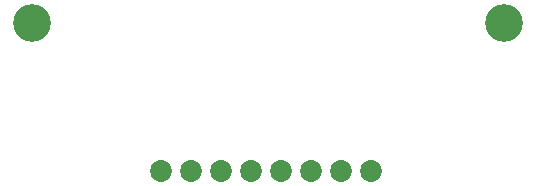
<source format=gbr>
%TF.GenerationSoftware,KiCad,Pcbnew,9.0.2*%
%TF.CreationDate,2025-06-12T16:07:02+02:00*%
%TF.ProjectId,engemil_pmw3901mb,656e6765-6d69-46c5-9f70-6d7733393031,1*%
%TF.SameCoordinates,Original*%
%TF.FileFunction,Soldermask,Bot*%
%TF.FilePolarity,Negative*%
%FSLAX46Y46*%
G04 Gerber Fmt 4.6, Leading zero omitted, Abs format (unit mm)*
G04 Created by KiCad (PCBNEW 9.0.2) date 2025-06-12 16:07:02*
%MOMM*%
%LPD*%
G01*
G04 APERTURE LIST*
%ADD10C,3.200000*%
%ADD11C,1.854000*%
G04 APERTURE END LIST*
D10*
%TO.C,H1*%
X130000000Y-115000000D03*
%TD*%
%TO.C,H2*%
X170000000Y-115000000D03*
%TD*%
D11*
%TO.C,J1*%
X140938445Y-127500000D03*
X143478445Y-127500000D03*
X146018445Y-127500000D03*
X148558445Y-127500000D03*
X151098445Y-127500000D03*
X153638445Y-127500000D03*
X156178445Y-127500000D03*
X158718445Y-127500000D03*
%TD*%
M02*

</source>
